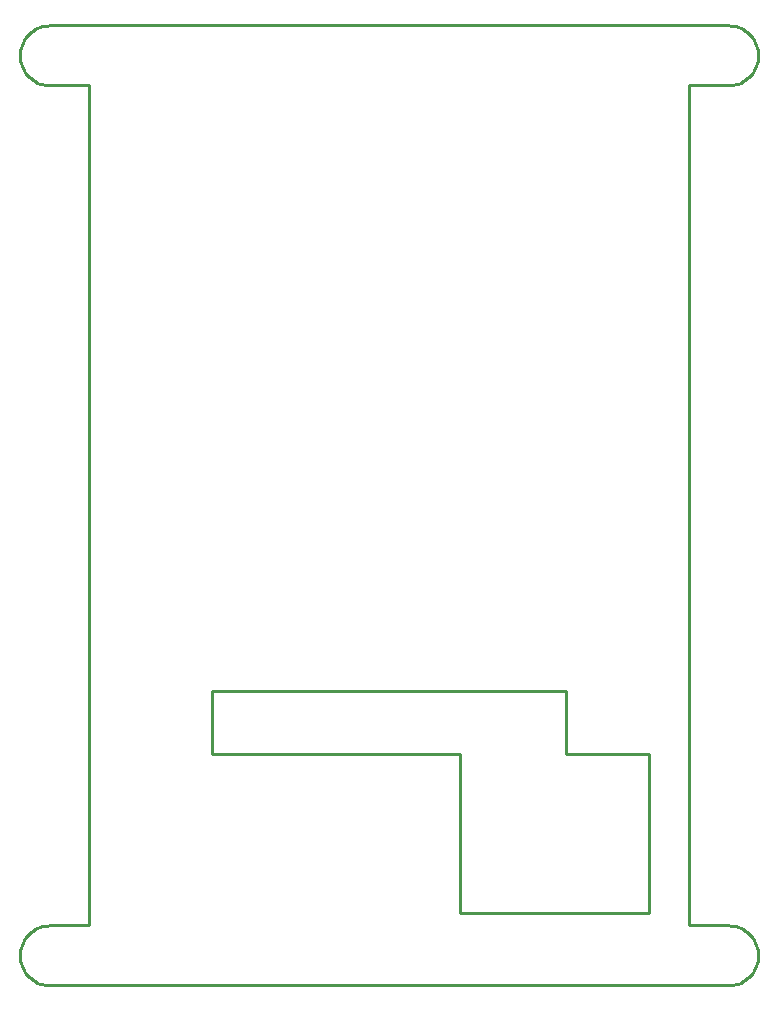
<source format=gbr>
G04 EAGLE Gerber RS-274X export*
G75*
%MOMM*%
%FSLAX34Y34*%
%LPD*%
%IN*%
%IPPOS*%
%AMOC8*
5,1,8,0,0,1.08239X$1,22.5*%
G01*
%ADD10C,0.254000*%


D10*
X-312420Y-381000D02*
X-312323Y-383214D01*
X-312034Y-385411D01*
X-311555Y-387574D01*
X-310888Y-389687D01*
X-310040Y-391735D01*
X-309017Y-393700D01*
X-307826Y-395569D01*
X-306478Y-397327D01*
X-304981Y-398961D01*
X-303347Y-400458D01*
X-301589Y-401806D01*
X-299720Y-402997D01*
X-297755Y-404020D01*
X-295707Y-404868D01*
X-293594Y-405535D01*
X-291431Y-406014D01*
X-289234Y-406303D01*
X-287020Y-406400D01*
X287020Y-406400D01*
X289234Y-406303D01*
X291431Y-406014D01*
X293594Y-405535D01*
X295707Y-404868D01*
X297755Y-404020D01*
X299720Y-402997D01*
X301589Y-401806D01*
X303347Y-400458D01*
X304981Y-398961D01*
X306478Y-397327D01*
X307826Y-395569D01*
X309017Y-393700D01*
X310040Y-391735D01*
X310888Y-389687D01*
X311555Y-387574D01*
X312034Y-385411D01*
X312323Y-383214D01*
X312420Y-381000D01*
X312323Y-378786D01*
X312034Y-376589D01*
X311555Y-374426D01*
X310888Y-372313D01*
X310040Y-370266D01*
X309017Y-368300D01*
X307826Y-366431D01*
X306478Y-364673D01*
X304981Y-363040D01*
X303347Y-361542D01*
X301589Y-360194D01*
X299720Y-359003D01*
X297755Y-357980D01*
X295707Y-357132D01*
X293594Y-356465D01*
X291431Y-355986D01*
X289234Y-355697D01*
X287020Y-355600D01*
X254000Y-355600D01*
X254000Y355600D01*
X287020Y355600D01*
X289234Y355697D01*
X291431Y355986D01*
X293594Y356465D01*
X295707Y357132D01*
X297755Y357980D01*
X299720Y359003D01*
X301589Y360194D01*
X303347Y361542D01*
X304981Y363040D01*
X306478Y364673D01*
X307826Y366431D01*
X309017Y368300D01*
X310040Y370266D01*
X310888Y372313D01*
X311555Y374426D01*
X312034Y376589D01*
X312323Y378786D01*
X312420Y381000D01*
X312323Y383214D01*
X312034Y385411D01*
X311555Y387574D01*
X310888Y389687D01*
X310040Y391735D01*
X309017Y393700D01*
X307826Y395569D01*
X306478Y397327D01*
X304981Y398961D01*
X303347Y400458D01*
X301589Y401806D01*
X299720Y402997D01*
X297755Y404020D01*
X295707Y404868D01*
X293594Y405535D01*
X291431Y406014D01*
X289234Y406303D01*
X287020Y406400D01*
X-287020Y406400D01*
X-289234Y406303D01*
X-291431Y406014D01*
X-293594Y405535D01*
X-295707Y404868D01*
X-297755Y404020D01*
X-299720Y402997D01*
X-301589Y401806D01*
X-303347Y400458D01*
X-304981Y398961D01*
X-306478Y397327D01*
X-307826Y395569D01*
X-309017Y393700D01*
X-310040Y391735D01*
X-310888Y389687D01*
X-311555Y387574D01*
X-312034Y385411D01*
X-312323Y383214D01*
X-312420Y381000D01*
X-312323Y378786D01*
X-312034Y376589D01*
X-311555Y374426D01*
X-310888Y372313D01*
X-310040Y370266D01*
X-309017Y368300D01*
X-307826Y366431D01*
X-306478Y364673D01*
X-304981Y363040D01*
X-303347Y361542D01*
X-301589Y360194D01*
X-299720Y359003D01*
X-297755Y357980D01*
X-295707Y357132D01*
X-293594Y356465D01*
X-291431Y355986D01*
X-289234Y355697D01*
X-287020Y355600D01*
X-254000Y355600D01*
X-254000Y-355600D01*
X-287020Y-355600D01*
X-289234Y-355697D01*
X-291431Y-355986D01*
X-293594Y-356465D01*
X-295707Y-357132D01*
X-297755Y-357980D01*
X-299720Y-359003D01*
X-301589Y-360194D01*
X-303347Y-361542D01*
X-304981Y-363040D01*
X-306478Y-364673D01*
X-307826Y-366431D01*
X-309017Y-368300D01*
X-310040Y-370266D01*
X-310888Y-372313D01*
X-311555Y-374426D01*
X-312034Y-376589D01*
X-312323Y-378786D01*
X-312420Y-381000D01*
X-149860Y-210820D02*
X59690Y-210820D01*
X59690Y-345440D01*
X219710Y-345440D01*
X219710Y-210820D01*
X149860Y-210820D01*
X149860Y-157480D01*
X-149860Y-157480D01*
X-149860Y-210820D01*
M02*

</source>
